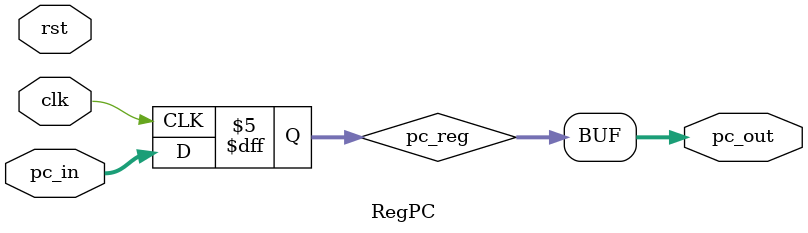
<source format=v>
`timescale 1ns / 1ps
module RegPC(
	input [47:0] pc_in,
	input clk,
	input rst,
	output [47:0] pc_out
   );
	
	reg [47:0] pc_reg;
	
	/*initial begin
		pc_reg = 48'b0;
	end*/
	
	always @ (negedge clk) begin
		if(rst) pc_reg = 48'b0;
		pc_reg = pc_in;
	end
	 
	assign pc_out = pc_reg;
	
endmodule

</source>
